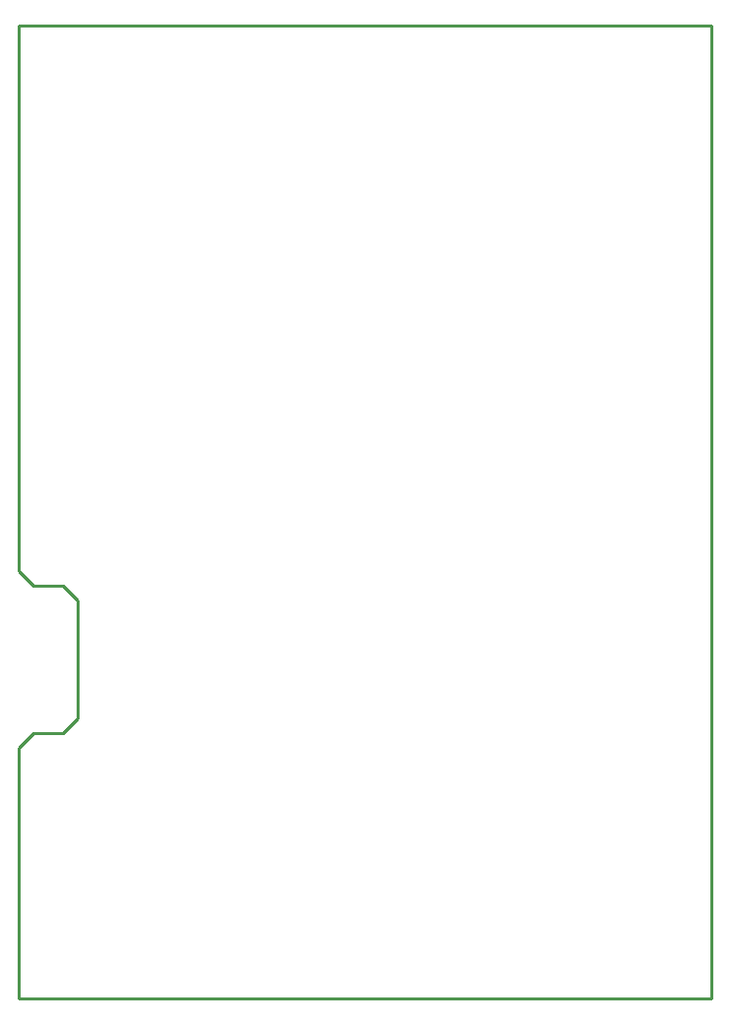
<source format=gko>
G04 Layer: BoardOutlineLayer*
G04 EasyEDA v6.5.29, 2023-07-18 10:21:49*
G04 75acb9ef74904ca4b51824f4bde05f2a,5a6b42c53f6a479593ecc07194224c93,10*
G04 Gerber Generator version 0.2*
G04 Scale: 100 percent, Rotated: No, Reflected: No *
G04 Dimensions in millimeters *
G04 leading zeros omitted , absolute positions ,4 integer and 5 decimal *
%FSLAX45Y45*%
%MOMM*%

%ADD10C,0.2540*%
D10*
X139700Y9651979D02*
G01*
X6108687Y9651979D01*
X6108687Y1269997D01*
X4597389Y1269997D01*
X4597389Y1269997D02*
G01*
X139700Y1270000D01*
X139700Y3429000D01*
X139700Y4952989D02*
G01*
X139700Y9652000D01*
X139700Y3428992D02*
G01*
X266700Y3555992D01*
X520700Y3555992D01*
X647700Y3682992D01*
X647700Y4698992D01*
X520700Y4825992D01*
X266700Y4825992D01*
X139700Y4952992D01*

%LPD*%
M02*

</source>
